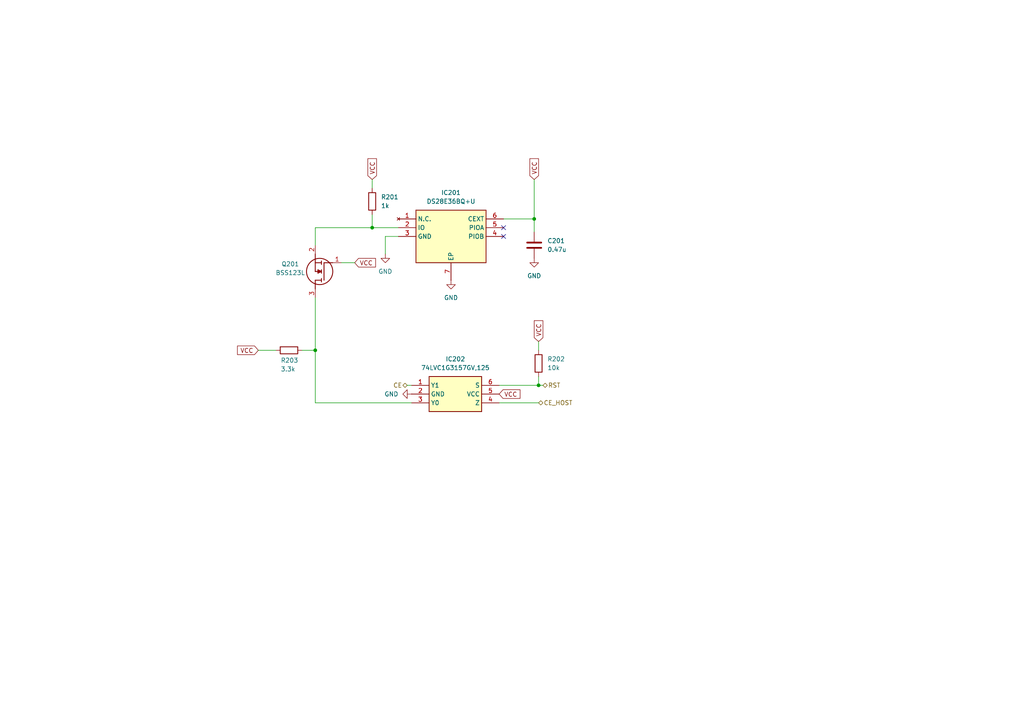
<source format=kicad_sch>
(kicad_sch (version 20231120) (generator "eeschema") (generator_version "8.0")
  (paper "A4")
  (lib_symbols
    (symbol "74LVC1G3157GV_125:74LVC1G3157GV,125"
      (property "Reference" "IC" (at 21.59 7.62 0))
      (property "Value" "74LVC1G3157GV,125" (at 21.59 5.08 0))
      (symbol "74LVC1G3157GV,125_1_1"
        (rectangle (start 5.08 2.54) (end 20.32 -7.62) (stroke (width 0.254)) (fill (type background)))
        (pin passive line (at 0 0 0) (length 5.08) (name "Y1") (number "1"))
        (pin passive line (at 0 -2.54 0) (length 5.08) (name "GND") (number "2"))
        (pin passive line (at 0 -5.08 0) (length 5.08) (name "Y0") (number "3"))
        (pin passive line (at 25.4 -5.08 180) (length 5.08) (name "Z") (number "4"))
        (pin passive line (at 25.4 -2.54 180) (length 5.08) (name "VCC") (number "5"))
        (pin passive line (at 25.4 0 180) (length 5.08) (name "S") (number "6"))
      )
    )
    (symbol "BSS123L:BSS123L" (pin_names hide)
      (property "Reference" "Q" (at 11.43 3.81 0))
      (property "Value" "BSS123L" (at 11.43 1.27 0))
      (symbol "BSS123L_1_1"
        (polyline (pts (xy 2.54 0) (xy 5.08 0)) (stroke (width 0.254)))
        (polyline (pts (xy 5.08 5.08) (xy 5.08 0)) (stroke (width 0.254)))
        (polyline (pts (xy 5.842 -0.508) (xy 5.842 0.508)) (stroke (width 0.254)))
        (polyline (pts (xy 5.842 0) (xy 7.62 0)) (stroke (width 0.254)))
        (polyline (pts (xy 5.842 2.032) (xy 5.842 3.048)) (stroke (width 0.254)))
        (polyline (pts (xy 5.842 5.588) (xy 5.842 4.572)) (stroke (width 0.254)))
        (polyline (pts (xy 7.62 2.54) (xy 5.842 2.54)) (stroke (width 0.254)))
        (polyline (pts (xy 7.62 2.54) (xy 7.62 -2.54)) (stroke (width 0.254)))
        (polyline (pts (xy 7.62 5.08) (xy 5.842 5.08)) (stroke (width 0.254)))
        (polyline (pts (xy 7.62 5.08) (xy 7.62 7.62)) (stroke (width 0.254)))
        (polyline (pts (xy 5.842 2.54) (xy 6.858 3.048) (xy 6.858 2.032) (xy 5.842 2.54)) (stroke (width 0.254)) (fill (type outline)))
        (circle (center 6.35 2.54) (radius 3.81) (stroke (width 0.254)))
        (pin passive line (at 0 0 0) (length 2.54) (name "G") (number "1"))
        (pin passive line (at 7.62 -5.08 90) (length 2.54) (name "S") (number "2"))
        (pin passive line (at 7.62 10.16 270) (length 2.54) (name "D") (number "3"))
      )
    )
    (symbol "DS28E36BQ+U:DS28E36BQ+U"
      (property "Reference" "IC" (at 26.67 7.62 0))
      (property "Value" "DS28E36BQ+U" (at 26.67 5.08 0))
      (symbol "DS28E36BQ+U_1_1"
        (rectangle (start 5.08 2.54) (end 25.4 -12.7) (stroke (width 0.254)) (fill (type background)))
        (pin no_connect line (at 0 0 0) (length 5.08) (name "N.C.") (number "1"))
        (pin passive line (at 0 -2.54 0) (length 5.08) (name "IO") (number "2"))
        (pin passive line (at 0 -5.08 0) (length 5.08) (name "GND") (number "3"))
        (pin passive line (at 30.48 -5.08 180) (length 5.08) (name "PIOB") (number "4"))
        (pin passive line (at 30.48 -2.54 180) (length 5.08) (name "PIOA") (number "5"))
        (pin passive line (at 30.48 0 180) (length 5.08) (name "CEXT") (number "6"))
        (pin passive line (at 15.24 -17.78 90) (length 5.08) (name "EP") (number "7"))
      )
    )
    (symbol "Device:C" (pin_numbers hide) (pin_names (offset 0.254))
      (property "Reference" "C" (at 0.635 2.54 0))
      (property "Value" "C" (at 0.635 -2.54 0))
      (symbol "C_0_1"
        (polyline (pts (xy -2.032 -0.762) (xy 2.032 -0.762)) (stroke (width 0.508)))
        (polyline (pts (xy -2.032 0.762) (xy 2.032 0.762)) (stroke (width 0.508)))
      )
      (symbol "C_1_1"
        (pin passive line (at 0 3.81 270) (length 2.794) (name "~") (number "1"))
        (pin passive line (at 0 -3.81 90) (length 2.794) (name "~") (number "2"))
      )
    )
    (symbol "Device:R" (pin_numbers hide) (pin_names (offset 0))
      (property "Reference" "R" (at 2.032 0 90))
      (property "Value" "R" (at 0 0 90))
      (symbol "R_0_1"
        (rectangle (start -1.016 -2.54) (end 1.016 2.54) (stroke (width 0.254)))
      )
      (symbol "R_1_1"
        (pin passive line (at 0 3.81 270) (length 1.27) (name "~") (number "1"))
        (pin passive line (at 0 -3.81 90) (length 1.27) (name "~") (number "2"))
      )
    )
    (symbol "power:GND" (power) (pin_numbers hide) (pin_names (offset 0) hide)
      (property "Value" "GND" (at 0 -3.81 0))
      (symbol "GND_0_1"
        (polyline (pts (xy 0 0) (xy 0 -1.27) (xy 1.27 -1.27) (xy 0 -2.54) (xy -1.27 -1.27) (xy 0 -1.27)))
      )
      (symbol "GND_1_1"
        (pin power_in line (at 0 0 270) (length 0) (name "~") (number "1"))
      )
    )
  )
  (junction (at 91.44 101.6))
  (junction (at 107.95 66.04))
  (junction (at 154.94 63.5))
  (junction (at 156.21 111.76))
  (no_connect (at 146.05 66.04))
  (no_connect (at 146.05 68.58))
  (wire (pts (xy 154.94 63.5) (xy 154.94 67.31)))
  (wire (pts (xy 118.11 111.76) (xy 119.38 111.76)))
  (wire (pts (xy 74.93 101.6) (xy 80.01 101.6)))
  (wire (pts (xy 91.44 116.84) (xy 91.44 101.6)))
  (wire (pts (xy 111.76 68.58) (xy 111.76 73.66)))
  (wire (pts (xy 107.95 66.04) (xy 107.95 62.23)))
  (wire (pts (xy 115.57 66.04) (xy 107.95 66.04)))
  (wire (pts (xy 91.44 101.6) (xy 91.44 86.36)))
  (wire (pts (xy 115.57 68.58) (xy 111.76 68.58)))
  (wire (pts (xy 91.44 66.04) (xy 107.95 66.04)))
  (wire (pts (xy 91.44 66.04) (xy 91.44 71.12)))
  (wire (pts (xy 87.63 101.6) (xy 91.44 101.6)))
  (wire (pts (xy 156.21 111.76) (xy 156.21 109.22)))
  (wire (pts (xy 99.06 76.2) (xy 102.87 76.2)))
  (wire (pts (xy 154.94 52.07) (xy 154.94 63.5)))
  (wire (pts (xy 156.21 111.76) (xy 157.48 111.76)))
  (wire (pts (xy 107.95 52.07) (xy 107.95 54.61)))
  (wire (pts (xy 91.44 116.84) (xy 119.38 116.84)))
  (wire (pts (xy 156.21 99.06) (xy 156.21 101.6)))
  (wire (pts (xy 144.78 111.76) (xy 156.21 111.76)))
  (wire (pts (xy 144.78 116.84) (xy 156.21 116.84)))
  (wire (pts (xy 146.05 63.5) (xy 154.94 63.5)))
  (global_label "VCC" (shape input) (at 107.95 52.07 90) (property "Intersheetrefs" "${INTERSHEET_REFS}" (effects (hide yes))))
  (global_label "VCC" (shape input) (at 154.94 52.07 90) (property "Intersheetrefs" "${INTERSHEET_REFS}" (effects (hide yes))))
  (global_label "VCC" (shape input) (at 144.78 114.3 0) (property "Intersheetrefs" "${INTERSHEET_REFS}" (effects (hide yes))))
  (global_label "VCC" (shape input) (at 74.93 101.6 180) (property "Intersheetrefs" "${INTERSHEET_REFS}" (effects (hide yes))))
  (global_label "VCC" (shape input) (at 156.21 99.06 90) (property "Intersheetrefs" "${INTERSHEET_REFS}" (effects (hide yes))))
  (global_label "VCC" (shape input) (at 102.87 76.2 0) (property "Intersheetrefs" "${INTERSHEET_REFS}" (effects (hide yes))))
  (hierarchical_label "CE" (shape bidirectional) (at 118.11 111.76 180))
  (hierarchical_label "RST" (shape bidirectional) (at 157.48 111.76 0))
  (hierarchical_label "CE_HOST" (shape bidirectional) (at 156.21 116.84 0))
  (symbol (lib_id "DS28E36BQ+U:DS28E36BQ+U") (at 115.57 63.5 0) (unit 1)
    (property "Reference" "IC201" (at 130.81 55.88 0))
    (property "Value" "DS28E36BQ+U" (at 130.81 58.42 0))
    (property "Footprint" "SON95P300X300X80-7N" (effects (hide yes)))
    (property "Datasheet" "https://www.analog.com/DS28E36/datasheet" (effects (hide yes)))
    (property "Description" "DeepCover Secure Authenticator" (effects (hide yes)))
    (property "Height" "0.8" (effects (hide yes)))
    (property "Manufacturer_Name" "Analog Devices" (effects (hide yes)))
    (property "Manufacturer_Part_Number" "DS28E36BQ+U" (effects (hide yes)))
    (property "Mouser Part Number" "700-DS28E36BQ+U" (effects (hide yes)))
    (property "Mouser Price/Stock" "https://www.mouser.co.uk/ProductDetail/Maxim-Integrated/DS28E36BQ%2bU?qs=vLWxofP3U2xqkxEncXmKPw%3D%3D" (effects (hide yes)))
  )
  (symbol (lib_id "Device:C") (at 154.94 71.12 0) (unit 1)
    (property "Reference" "C201" (at 158.75 69.8499 0) (effects (justify left)))
    (property "Value" "0.47u" (at 158.75 72.3899 0) (effects (justify left)))
    (property "Description" "Unpolarized capacitor" (effects (hide yes)))
  )
  (symbol (lib_id "power:GND") (at 130.81 81.28 0) (unit 1)
    (property "Reference" "#PWR0204" (effects (hide yes)))
    (property "Value" "GND" (at 130.81 86.36 0))
    (property "Description" "Power symbol creates a global label with name \"GND\" , ground" (effects (hide yes)))
  )
  (symbol (lib_id "BSS123L:BSS123L") (at 99.06 76.2 180) (unit 1)
    (property "Reference" "Q201" (at 84.201 76.581 0))
    (property "Value" "BSS123L" (at 84.201 79.121 0))
    (property "Footprint" "SOT96P237X111-3N" (effects (hide yes)))
    (property "Datasheet" "https://www.onsemi.com/pub/Collateral/BSS123LT1-D.PDF" (effects (hide yes)))
    (property "Description" "ON SEMICONDUCTOR - BSS123L - MOSFET, N-CHANNEL, 100V, 0.17A, SOT-23-3" (effects (hide yes)))
    (property "Height" "1.11" (effects (hide yes)))
    (property "Manufacturer_Name" "onsemi" (effects (hide yes)))
    (property "Manufacturer_Part_Number" "BSS123L" (effects (hide yes)))
    (property "Mouser Part Number" "512-BSS123L" (effects (hide yes)))
    (property "Mouser Price/Stock" "https://www.mouser.co.uk/ProductDetail/onsemi-Fairchild/BSS123L?qs=%2FI%252BPK5CN%2F4qcSp2xXPAq8A%3D%3D" (effects (hide yes)))
    (property "Arrow Part Number" "BSS123L" (effects (hide yes)))
    (property "Arrow Price/Stock" "https://www.arrow.com/en/products/bss123l/on-semiconductor?region=nac" (effects (hide yes)))
  )
  (symbol (lib_id "power:GND") (at 111.76 73.66 0) (unit 1)
    (property "Reference" "#PWR0201" (effects (hide yes)))
    (property "Value" "GND" (at 111.76 78.74 0))
    (property "Description" "Power symbol creates a global label with name \"GND\" , ground" (effects (hide yes)))
  )
  (symbol (lib_id "Device:R") (at 156.21 105.41 0) (unit 1)
    (property "Reference" "R202" (at 158.75 104.1399 0) (effects (justify left)))
    (property "Value" "10k" (at 158.75 106.6799 0) (effects (justify left)))
    (property "Description" "Resistor" (effects (hide yes)))
  )
  (symbol (lib_id "power:GND") (at 154.94 74.93 0) (unit 1)
    (property "Reference" "#PWR0203" (effects (hide yes)))
    (property "Value" "GND" (at 154.94 80.01 0))
    (property "Description" "Power symbol creates a global label with name \"GND\" , ground" (effects (hide yes)))
  )
  (symbol (lib_id "74LVC1G3157GV_125:74LVC1G3157GV,125") (at 119.38 111.76 0) (unit 1)
    (property "Reference" "IC202" (at 132.08 104.14 0))
    (property "Value" "74LVC1G3157GV,125" (at 132.08 106.68 0))
    (property "Footprint" "SOP95P275X110-6N" (effects (hide yes)))
    (property "Datasheet" "https://www.mouser.in/datasheet/2/916/74LVC1G3157-1318329.pdf" (effects (hide yes)))
    (property "Description" "74LVC1G3157GV,125" (effects (hide yes)))
    (property "Height" "1.1" (effects (hide yes)))
    (property "Manufacturer_Name" "NXP" (effects (hide yes)))
    (property "Manufacturer_Part_Number" "74LVC1G3157GV,125" (effects (hide yes)))
  )
  (symbol (lib_id "Device:R") (at 83.82 101.6 270) (unit 1)
    (property "Reference" "R203" (at 81.407 104.521 90) (effects (justify left)))
    (property "Value" "3.3k" (at 81.407 107.061 90) (effects (justify left)))
    (property "Description" "Resistor" (effects (hide yes)))
  )
  (symbol (lib_id "power:GND") (at 119.38 114.3 270) (unit 1)
    (property "Reference" "#PWR0202" (effects (hide yes)))
    (property "Value" "GND" (at 115.57 114.2999 90) (effects (justify right)))
    (property "Description" "Power symbol creates a global label with name \"GND\" , ground" (effects (hide yes)))
  )
  (symbol (lib_id "Device:R") (at 107.95 58.42 0) (unit 1)
    (property "Reference" "R201" (at 110.49 57.1499 0) (effects (justify left)))
    (property "Value" "1k" (at 110.49 59.6899 0) (effects (justify left)))
    (property "Description" "Resistor" (effects (hide yes)))
  )
)
</source>
